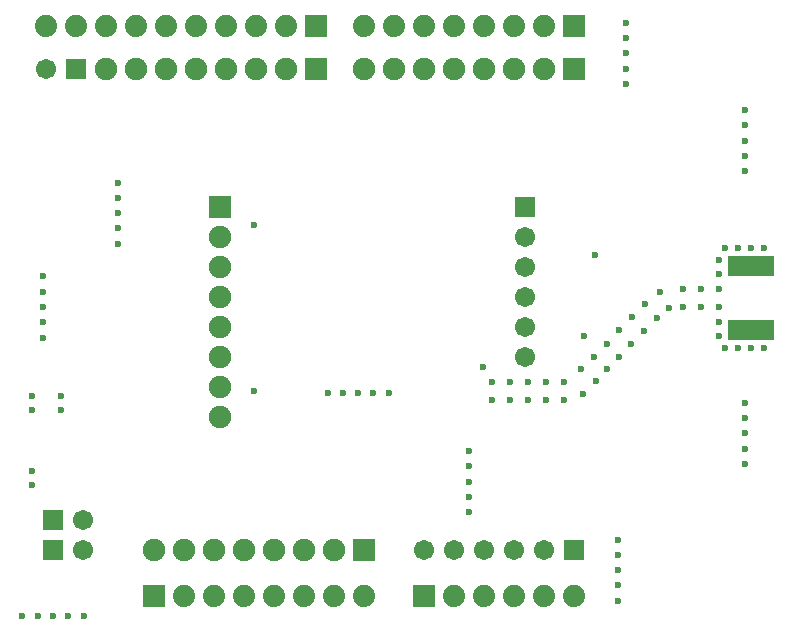
<source format=gbs>
G04*
G04 #@! TF.GenerationSoftware,Altium Limited,Altium Designer,25.6.2 (33)*
G04*
G04 Layer_Color=16711935*
%FSLAX44Y44*%
%MOMM*%
G71*
G04*
G04 #@! TF.SameCoordinates,9B6F8C68-430D-48FD-858A-4A9C4FCAB163*
G04*
G04*
G04 #@! TF.FilePolarity,Negative*
G04*
G01*
G75*
%ADD21R,3.9032X1.7032*%
%ADD23R,1.7032X1.7032*%
%ADD24C,1.7032*%
%ADD25R,1.9016X1.9016*%
%ADD26C,1.9016*%
%ADD27R,1.8796X1.8796*%
%ADD28C,1.8796*%
%ADD29R,1.9016X1.9016*%
%ADD30R,1.7032X1.7032*%
%ADD31C,0.6000*%
D21*
X629428Y307162D02*
D03*
Y253162D02*
D03*
D23*
X437642Y357378D02*
D03*
D24*
Y331978D02*
D03*
Y306578D02*
D03*
Y281178D02*
D03*
Y255778D02*
D03*
Y230378D02*
D03*
X378206Y66913D02*
D03*
X403606D02*
D03*
X454406D02*
D03*
X429006D02*
D03*
X32766Y473964D02*
D03*
X352806Y66913D02*
D03*
X63500Y92202D02*
D03*
Y66802D02*
D03*
D25*
X179832Y356870D02*
D03*
D26*
Y331470D02*
D03*
Y306070D02*
D03*
Y280670D02*
D03*
Y255270D02*
D03*
Y229870D02*
D03*
Y204470D02*
D03*
Y179070D02*
D03*
X302006Y473964D02*
D03*
X124206Y66548D02*
D03*
X454406Y473964D02*
D03*
X429006D02*
D03*
X403606D02*
D03*
X378206D02*
D03*
X352806D02*
D03*
X327406D02*
D03*
X235966D02*
D03*
X210566D02*
D03*
X185166D02*
D03*
X159766D02*
D03*
X134366D02*
D03*
X108966D02*
D03*
X83566D02*
D03*
X175006Y66548D02*
D03*
X225806D02*
D03*
X149606D02*
D03*
X276606D02*
D03*
X251206D02*
D03*
X200406D02*
D03*
D27*
X123952Y27686D02*
D03*
X261112Y510286D02*
D03*
X479552D02*
D03*
X352552Y27686D02*
D03*
D28*
X149352D02*
D03*
X32512Y510286D02*
D03*
X57912D02*
D03*
X301752Y27686D02*
D03*
X174752D02*
D03*
X108712Y510286D02*
D03*
X276352Y27686D02*
D03*
X250952D02*
D03*
X134112Y510286D02*
D03*
X159512D02*
D03*
X184912D02*
D03*
X210312D02*
D03*
X235712D02*
D03*
X301752D02*
D03*
X327152D02*
D03*
X352552D02*
D03*
X377952D02*
D03*
X403352D02*
D03*
X428752D02*
D03*
X454152D02*
D03*
X83312D02*
D03*
X479552Y27686D02*
D03*
X454152D02*
D03*
X428752D02*
D03*
X403352D02*
D03*
X377952D02*
D03*
X225552D02*
D03*
X200152D02*
D03*
D29*
X479806Y473964D02*
D03*
X261366D02*
D03*
X302006Y66548D02*
D03*
D30*
X479806Y66913D02*
D03*
X58166Y473964D02*
D03*
X38100Y92202D02*
D03*
Y66802D02*
D03*
D31*
X487962Y247627D02*
D03*
X409956Y209296D02*
D03*
X425196Y194056D02*
D03*
X440436Y209296D02*
D03*
Y194056D02*
D03*
X425196Y209296D02*
D03*
X409956Y194056D02*
D03*
X497078Y316738D02*
D03*
X45212Y196846D02*
D03*
Y185166D02*
D03*
X390144Y150622D02*
D03*
X322580Y200152D02*
D03*
X309626D02*
D03*
X93218Y339090D02*
D03*
Y326136D02*
D03*
X296672Y200152D02*
D03*
X283718D02*
D03*
X270764D02*
D03*
X390144Y98806D02*
D03*
Y111760D02*
D03*
Y124714D02*
D03*
Y137668D02*
D03*
X30226Y246634D02*
D03*
Y259588D02*
D03*
Y272542D02*
D03*
Y285496D02*
D03*
Y298450D02*
D03*
X93218Y352044D02*
D03*
Y364998D02*
D03*
Y377952D02*
D03*
X523240Y461464D02*
D03*
Y474418D02*
D03*
Y487372D02*
D03*
Y500326D02*
D03*
Y513280D02*
D03*
X624078Y387604D02*
D03*
Y400558D02*
D03*
Y413512D02*
D03*
Y426466D02*
D03*
Y439420D02*
D03*
X624332Y139700D02*
D03*
Y152654D02*
D03*
Y165608D02*
D03*
Y178562D02*
D03*
Y191516D02*
D03*
X516890Y23876D02*
D03*
Y36830D02*
D03*
Y49784D02*
D03*
Y62738D02*
D03*
Y75692D02*
D03*
X64262Y10668D02*
D03*
X51308D02*
D03*
X38354D02*
D03*
X25400D02*
D03*
X12446D02*
D03*
X20454Y196846D02*
D03*
X20155Y185418D02*
D03*
X20828Y133604D02*
D03*
Y122174D02*
D03*
X208788Y341818D02*
D03*
Y201818D02*
D03*
X402336Y221742D02*
D03*
X602234Y300348D02*
D03*
Y312406D02*
D03*
Y248158D02*
D03*
Y260216D02*
D03*
X640588Y237744D02*
D03*
X629428D02*
D03*
X618268D02*
D03*
X607108D02*
D03*
Y322580D02*
D03*
X618268D02*
D03*
X629428D02*
D03*
X640588D02*
D03*
X559562Y271526D02*
D03*
X552450Y285242D02*
D03*
X549910Y263652D02*
D03*
X539750Y275082D02*
D03*
X538988Y252476D02*
D03*
X528828Y263906D02*
D03*
X528066Y241300D02*
D03*
X517906Y252730D02*
D03*
X506984Y241554D02*
D03*
X517144Y230124D02*
D03*
X496062Y230378D02*
D03*
X507238Y220218D02*
D03*
X497840Y209550D02*
D03*
X487172Y198882D02*
D03*
X485394Y219710D02*
D03*
X470916Y209296D02*
D03*
X571754Y287902D02*
D03*
Y272662D02*
D03*
X586994Y287902D02*
D03*
Y272662D02*
D03*
X602234D02*
D03*
Y287902D02*
D03*
X470916Y194056D02*
D03*
X455676D02*
D03*
Y209296D02*
D03*
M02*

</source>
